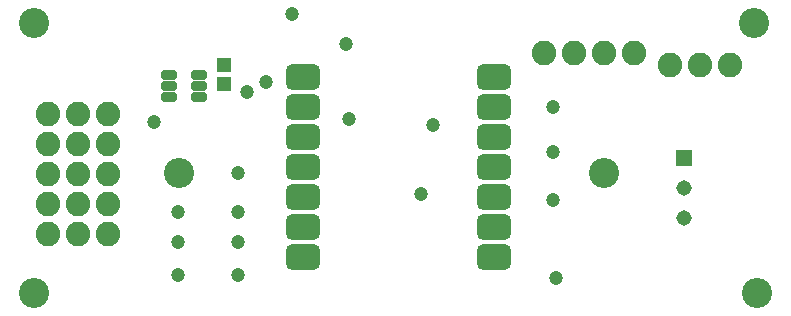
<source format=gbs>
G04*
G04 #@! TF.GenerationSoftware,Altium Limited,Altium Designer,21.6.4 (81)*
G04*
G04 Layer_Color=16711935*
%FSLAX25Y25*%
%MOIN*%
G70*
G04*
G04 #@! TF.SameCoordinates,E723B31F-DAC3-422C-9DD4-3D6A13DCE0CD*
G04*
G04*
G04 #@! TF.FilePolarity,Negative*
G04*
G01*
G75*
%ADD16C,0.10052*%
%ADD17C,0.05170*%
%ADD18R,0.05170X0.05170*%
%ADD19C,0.08200*%
%ADD20C,0.04737*%
G04:AMPARAMS|DCode=32|XSize=55.64mil|YSize=30.84mil|CornerRadius=6.85mil|HoleSize=0mil|Usage=FLASHONLY|Rotation=0.000|XOffset=0mil|YOffset=0mil|HoleType=Round|Shape=RoundedRectangle|*
%AMROUNDEDRECTD32*
21,1,0.05564,0.01713,0,0,0.0*
21,1,0.04193,0.03084,0,0,0.0*
1,1,0.01371,0.02097,-0.00856*
1,1,0.01371,-0.02097,-0.00856*
1,1,0.01371,-0.02097,0.00856*
1,1,0.01371,0.02097,0.00856*
%
%ADD32ROUNDEDRECTD32*%
G04:AMPARAMS|DCode=33|XSize=116.27mil|YSize=86.74mil|CornerRadius=23.68mil|HoleSize=0mil|Usage=FLASHONLY|Rotation=0.000|XOffset=0mil|YOffset=0mil|HoleType=Round|Shape=RoundedRectangle|*
%AMROUNDEDRECTD33*
21,1,0.11627,0.03937,0,0,0.0*
21,1,0.06890,0.08674,0,0,0.0*
1,1,0.04737,0.03445,-0.01968*
1,1,0.04737,-0.03445,-0.01968*
1,1,0.04737,-0.03445,0.01968*
1,1,0.04737,0.03445,0.01968*
%
%ADD33ROUNDEDRECTD33*%
%ADD34R,0.04540X0.04737*%
D16*
X190000Y40000D02*
D03*
X48268D02*
D03*
X0Y90000D02*
D03*
X241000Y0D02*
D03*
X240000Y90000D02*
D03*
X0Y0D02*
D03*
D17*
X216754Y25027D02*
D03*
Y35027D02*
D03*
D18*
Y45027D02*
D03*
D19*
X200000Y80000D02*
D03*
X190000D02*
D03*
X180000D02*
D03*
X170000D02*
D03*
X232094Y76176D02*
D03*
X222094D02*
D03*
X212094D02*
D03*
X24757Y39691D02*
D03*
X14757D02*
D03*
X4757D02*
D03*
X24757Y29691D02*
D03*
X14757D02*
D03*
X4757D02*
D03*
X24757Y59691D02*
D03*
X14757D02*
D03*
X4757D02*
D03*
X24757Y49691D02*
D03*
X14757D02*
D03*
X4757D02*
D03*
X24757Y19691D02*
D03*
X14757D02*
D03*
X4757D02*
D03*
D20*
X104000Y83000D02*
D03*
X86000Y93000D02*
D03*
X133000Y56000D02*
D03*
X129000Y33000D02*
D03*
X105000Y58000D02*
D03*
X71000Y67000D02*
D03*
X174000Y5000D02*
D03*
X173000Y31000D02*
D03*
Y47000D02*
D03*
Y62000D02*
D03*
X48000Y6000D02*
D03*
X68000D02*
D03*
X48000Y17000D02*
D03*
X68000D02*
D03*
X48000Y27000D02*
D03*
X68000D02*
D03*
Y40000D02*
D03*
X77500Y70500D02*
D03*
X40000Y57000D02*
D03*
D32*
X45044Y65314D02*
D03*
Y69054D02*
D03*
Y72795D02*
D03*
X54926Y65314D02*
D03*
Y69054D02*
D03*
Y72795D02*
D03*
D33*
X153448Y12095D02*
D03*
Y22095D02*
D03*
Y32095D02*
D03*
Y42095D02*
D03*
Y52095D02*
D03*
Y62095D02*
D03*
Y72095D02*
D03*
X89806Y12095D02*
D03*
Y22095D02*
D03*
Y32095D02*
D03*
Y42095D02*
D03*
Y52095D02*
D03*
Y62095D02*
D03*
Y72095D02*
D03*
D34*
X63500Y69850D02*
D03*
Y76150D02*
D03*
M02*

</source>
